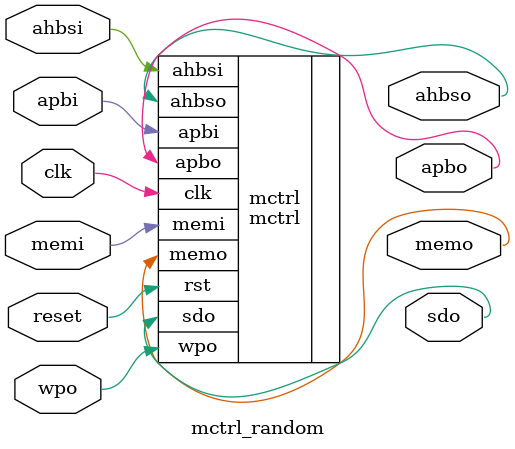
<source format=sv>
/*
* mctrl top level module that incorporates the random number generator
* to allow bitstream generation without Vivado interferance
*/
`include "../../random_number_generator.sv"

module mctrl_random(
    input logic clk,
    input logic reset,
    input logic memi,
    output logic memo,
    input logic ahbsi,
    output logic ahbso,
    input logic apbi,
    output logic apbo,
    input logic wpo,
    output logic sdo
    );

mctrl mctrl (
    .clk(clk),
    .rst(reset),
    .memi(memi),
    .memo(memo),
    .ahbsi(ahbsi),
    .ahbso(ahbso),
    .apbi(apbi),
    .apbo(apbo),
    .wpo(wpo),
    .sdo(sdo)
);

endmodule
</source>
